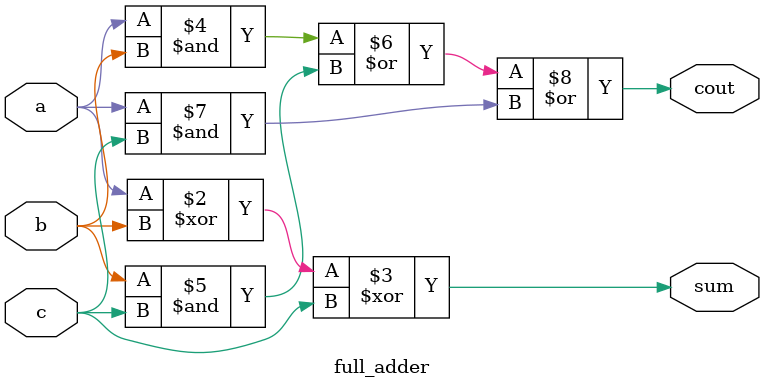
<source format=v>
`timescale 1ns / 1ps


module full_adder(sum,cout,a,b,c);
input a,b,c;
output reg sum,cout;
always @ (*)
begin
 sum = a^b^c;
 cout = (a&b)|(b&c)|(a&c);
 end


endmodule

</source>
